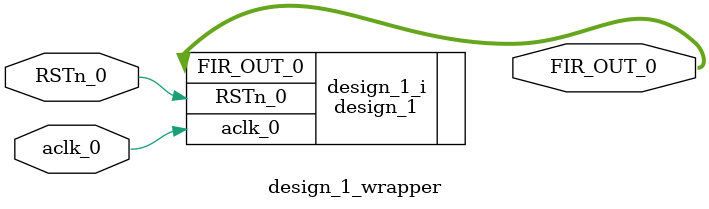
<source format=v>
`timescale 1 ps / 1 ps

module design_1_wrapper
   (FIR_OUT_0,
    RSTn_0,
    aclk_0);
  output [15:0]FIR_OUT_0;
  input RSTn_0;
  input aclk_0;

  wire [15:0]FIR_OUT_0;
  wire RSTn_0;
  wire aclk_0;

  design_1 design_1_i
       (.FIR_OUT_0(FIR_OUT_0),
        .RSTn_0(RSTn_0),
        .aclk_0(aclk_0));
endmodule

</source>
